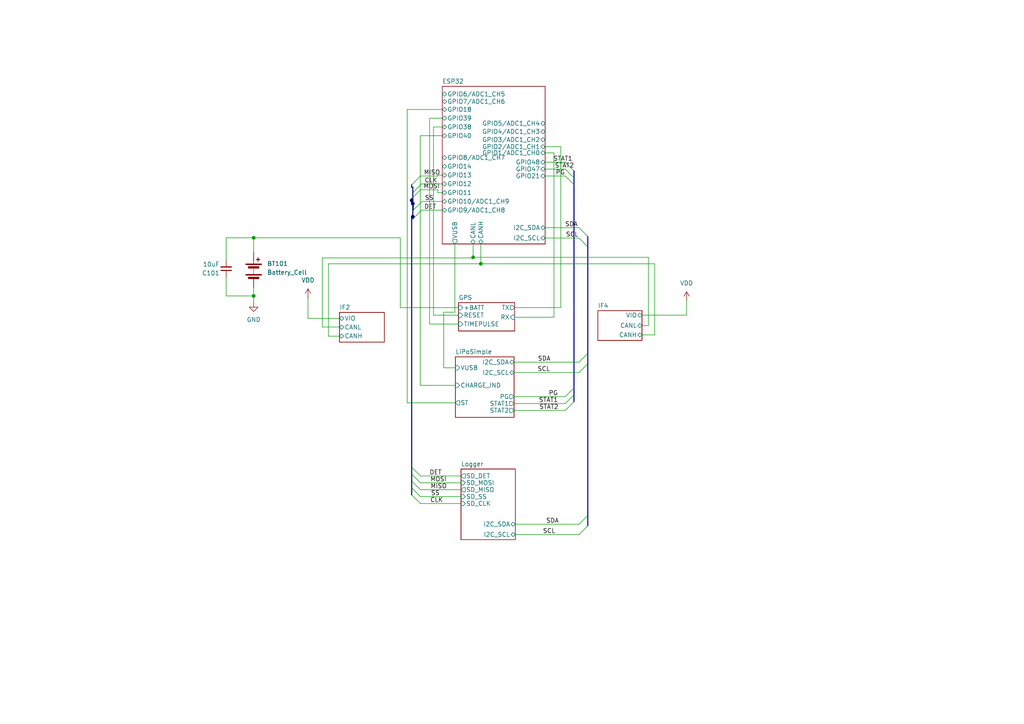
<source format=kicad_sch>
(kicad_sch (version 20231120) (generator "eeschema") (generator_version "8.0")
  (paper "A4")
  (lib_symbols
    (symbol "Device:Battery" (pin_numbers hide) (pin_names (offset 0) hide)
      (property "Reference" "BT" (at 2.54 2.54 0))
      (property "Value" "Battery" (at 2.54 0 0))
      (symbol "Battery_0_1"
        (rectangle (start -2.286 -1.27) (end 2.286 -1.524) (fill (type outline)))
        (rectangle (start -2.286 1.778) (end 2.286 1.524) (fill (type outline)))
        (rectangle (start -1.524 -2.032) (end 1.524 -2.54) (fill (type outline)))
        (rectangle (start -1.524 1.016) (end 1.524 0.508) (fill (type outline)))
        (polyline (pts (xy 0 -1.016) (xy 0 -0.762)))
        (polyline (pts (xy 0 -0.508) (xy 0 -0.254)))
        (polyline (pts (xy 0 0) (xy 0 0.254)))
        (polyline (pts (xy 0 1.778) (xy 0 2.54)))
        (polyline (pts (xy 0.762 3.048) (xy 1.778 3.048)) (stroke (width 0.254)))
        (polyline (pts (xy 1.27 3.556) (xy 1.27 2.54)) (stroke (width 0.254)))
      )
      (symbol "Battery_1_1"
        (pin passive line (at 0 5.08 270) (length 2.54) (name "+") (number "1"))
        (pin passive line (at 0 -5.08 90) (length 2.54) (name "-") (number "2"))
      )
    )
    (symbol "Device:C_Small" (pin_numbers hide) (pin_names (offset 0.254) hide)
      (property "Reference" "C" (at 0.254 1.778 0))
      (property "Value" "C_Small" (at 0.254 -2.032 0))
      (symbol "C_Small_0_1"
        (polyline (pts (xy -1.524 -0.508) (xy 1.524 -0.508)) (stroke (width 0.3302)))
        (polyline (pts (xy -1.524 0.508) (xy 1.524 0.508)) (stroke (width 0.3048)))
      )
      (symbol "C_Small_1_1"
        (pin passive line (at 0 2.54 270) (length 2.032) (name "~") (number "1"))
        (pin passive line (at 0 -2.54 90) (length 2.032) (name "~") (number "2"))
      )
    )
    (symbol "power:GND" (power) (pin_numbers hide) (pin_names (offset 0) hide)
      (property "Value" "GND" (at 0 -3.81 0))
      (symbol "GND_0_1"
        (polyline (pts (xy 0 0) (xy 0 -1.27) (xy 1.27 -1.27) (xy 0 -2.54) (xy -1.27 -1.27) (xy 0 -1.27)))
      )
      (symbol "GND_1_1"
        (pin power_in line (at 0 0 270) (length 0) (name "~") (number "1"))
      )
    )
    (symbol "power:VDD" (power) (pin_numbers hide) (pin_names (offset 0) hide)
      (property "Value" "VDD" (at 0 3.556 0))
      (symbol "VDD_0_1"
        (polyline (pts (xy -0.762 1.27) (xy 0 2.54)))
        (polyline (pts (xy 0 0) (xy 0 2.54)))
        (polyline (pts (xy 0 2.54) (xy 0.762 1.27)))
      )
      (symbol "VDD_1_1"
        (pin power_in line (at 0 0 90) (length 0) (name "~") (number "1"))
      )
    )
  )
  (junction (at 139.461 76.5128))
  (junction (at 119.73 59.0451))
  (junction (at 73.5717 85.8344))
  (junction (at 137.2195 74.6319))
  (junction (at 119.4018 58.1251))
  (junction (at 119.73 62.8551))
  (junction (at 73.5717 68.9725))
  (bus_entry (at 122.388 58.42) (size -2.54 2.54))
  (bus_entry (at 122.27 53.34) (size -2.54 2.54))
  (bus_entry (at 121.9418 140.0451) (size -2.54 -2.54))
  (bus_entry (at 163.9418 51.0451) (size 2.54 2.54))
  (bus_entry (at 121.9418 138.0451) (size -2.54 -2.54))
  (bus_entry (at 163.9418 47.0451) (size 2.54 2.54))
  (bus_entry (at 121.9418 146.0451) (size -2.54 -2.54))
  (bus_entry (at 167.9418 155.0451) (size 2.54 -2.54))
  (bus_entry (at 163.9418 115.0451) (size 2.54 -2.54))
  (bus_entry (at 167.9418 105.0451) (size 2.54 -2.54))
  (bus_entry (at 167.9418 152.0451) (size 2.54 -2.54))
  (bus_entry (at 163.9418 49.0451) (size 2.54 2.54))
  (bus_entry (at 163.9418 119.0451) (size 2.54 -2.54))
  (bus_entry (at 167.9418 108.0451) (size 2.54 -2.54))
  (bus_entry (at 121.9418 144.0451) (size -2.54 -2.54))
  (bus_entry (at 121.9418 142.0451) (size -2.54 -2.54))
  (bus_entry (at 121.9418 55.0451) (size -2.54 2.54))
  (bus_entry (at 163.9418 117.0451) (size 2.54 -2.54))
  (bus_entry (at 167.9418 69.0451) (size 2.54 2.54))
  (bus_entry (at 167.9418 66.0451) (size 2.54 2.54))
  (bus_entry (at 121.9418 51.0451) (size -2.54 2.54))
  (bus_entry (at 122.27 60.96) (size -2.54 2.54))
  (wire (pts (xy 73.5717 85.8344) (xy 73.5717 87.8092)))
  (wire (pts (xy 89.3229 92.3451) (xy 98.4685 92.3451)))
  (wire (pts (xy 127 55.0451) (xy 121.9418 55.0451)))
  (wire (pts (xy 137.2076 70.7511) (xy 137.2195 70.7511)))
  (wire (pts (xy 122.388 58.42) (xy 128.27 58.42)))
  (wire (pts (xy 98.4685 97.5) (xy 98.4685 97.4631)))
  (wire (pts (xy 158.1218 47.0451) (xy 163.9418 47.0451)))
  (wire (pts (xy 158.1218 66.0451) (xy 167.9418 66.0451)))
  (wire (pts (xy 127 50.8) (xy 128.27 50.8)))
  (wire (pts (xy 128.7003 106.68) (xy 132.08 106.68)))
  (wire (pts (xy 121.8917 39.37) (xy 121.8917 111.76)))
  (wire (pts (xy 149.1127 105.0451) (xy 167.9418 105.0451)))
  (wire (pts (xy 158.1218 69.0451) (xy 167.9418 69.0451)))
  (wire (pts (xy 189.8872 76.5128) (xy 189.8872 97.1339)))
  (wire (pts (xy 121.9418 140.0451) (xy 133.7112 140.0451)))
  (bus (pts (xy 119.4018 58.1251) (xy 119.4018 59.0451)))
  (wire (pts (xy 93.4881 94.8494) (xy 98.4685 94.8494)))
  (wire (pts (xy 160.6628 44.3351) (xy 158.1218 44.3351)))
  (wire (pts (xy 121.9418 146.0451) (xy 133.7112 146.0451)))
  (wire (pts (xy 186.2144 94.425) (xy 188.0631 94.425)))
  (wire (pts (xy 122.27 53.34) (xy 128.27 53.34)))
  (wire (pts (xy 137.2195 74.6319) (xy 188.0631 74.6319)))
  (bus (pts (xy 170.4818 105.5051) (xy 170.4818 149.5051)))
  (bus (pts (xy 119.4018 135.5051) (xy 119.4018 137.5051)))
  (bus (pts (xy 166.4818 51.5851) (xy 166.4818 49.5851)))
  (wire (pts (xy 149.1127 117.0451) (xy 163.9418 117.0451)))
  (bus (pts (xy 119.73 58.1251) (xy 119.4018 58.1251)))
  (wire (pts (xy 139.461 76.5128) (xy 95.2646 76.5128)))
  (wire (pts (xy 158.1218 42.5571) (xy 162.66 42.5571)))
  (wire (pts (xy 73.5717 73.2349) (xy 73.5717 68.9725)))
  (bus (pts (xy 166.4818 53.5851) (xy 166.4818 112.5051)))
  (wire (pts (xy 133 93.9901) (xy 124.593 93.9901)))
  (wire (pts (xy 149.1127 108.0451) (xy 149.1127 108.0689)))
  (wire (pts (xy 98.4685 94.8494) (xy 98.4685 94.9231)))
  (wire (pts (xy 149.1127 119.0451) (xy 163.9418 119.0451)))
  (wire (pts (xy 121.8917 111.76) (xy 132.08 111.76)))
  (wire (pts (xy 124.593 34.29) (xy 128.27 34.29)))
  (wire (pts (xy 149.4592 152.0451) (xy 167.9418 152.0451)))
  (wire (pts (xy 73.5717 68.9725) (xy 116.1063 68.9725)))
  (wire (pts (xy 121.9418 142.0451) (xy 133.7112 142.0451)))
  (bus (pts (xy 119.4018 58.1251) (xy 119.4018 57.5851)))
  (bus (pts (xy 119.73 54.3151) (xy 119.4018 54.3151)))
  (wire (pts (xy 167.9418 108.0451) (xy 149.1127 108.0451)))
  (bus (pts (xy 119.848 59.0451) (xy 119.73 59.0451)))
  (wire (pts (xy 121.9418 144.0451) (xy 133.7112 144.0451)))
  (wire (pts (xy 121.8917 39.37) (xy 128.27 39.37)))
  (bus (pts (xy 119.4018 62.8551) (xy 119.4018 135.5051)))
  (bus (pts (xy 119.73 55.88) (xy 119.73 58.1251)))
  (wire (pts (xy 127 50.8) (xy 127 51.0451)))
  (bus (pts (xy 119.4018 141.5051) (xy 119.4018 143.5051)))
  (wire (pts (xy 186.2144 97.1339) (xy 189.8872 97.1339)))
  (wire (pts (xy 93.4881 74.8078) (xy 93.4881 94.8494)))
  (wire (pts (xy 160.6628 92.0152) (xy 149.2855 92.0152)))
  (wire (pts (xy 127 51.0451) (xy 121.9418 51.0451)))
  (wire (pts (xy 188.0631 74.6319) (xy 188.0631 94.425)))
  (bus (pts (xy 119.73 59.0451) (xy 119.73 62.8551)))
  (wire (pts (xy 95.2646 97.5) (xy 98.4685 97.5)))
  (bus (pts (xy 170.4818 71.5851) (xy 170.4818 102.5051)))
  (wire (pts (xy 127 55.88) (xy 127 55.0451)))
  (bus (pts (xy 166.4818 112.5051) (xy 166.4818 114.5051)))
  (wire (pts (xy 116.1063 68.9725) (xy 116.1063 89.2303)))
  (wire (pts (xy 127 55.88) (xy 128.27 55.88)))
  (bus (pts (xy 119.848 59.0451) (xy 119.848 60.96)))
  (bus (pts (xy 170.4818 149.5051) (xy 170.4818 152.5051)))
  (bus (pts (xy 119.4018 137.5051) (xy 119.4018 139.5051)))
  (wire (pts (xy 65.5964 68.9725) (xy 73.5717 68.9725)))
  (wire (pts (xy 160.6628 44.3351) (xy 160.6628 92.0152)))
  (wire (pts (xy 118.11 31.75) (xy 118.11 116.84)))
  (wire (pts (xy 128.27 31.75) (xy 118.11 31.75)))
  (wire (pts (xy 199.1315 87.1666) (xy 199.1315 91.412)))
  (wire (pts (xy 89.3229 86.3314) (xy 89.3229 92.3451)))
  (wire (pts (xy 137.2195 70.7511) (xy 137.2195 74.6319)))
  (wire (pts (xy 137.2195 74.8078) (xy 93.4881 74.8078)))
  (wire (pts (xy 95.2646 76.5128) (xy 95.2646 97.5)))
  (wire (pts (xy 124.593 93.9901) (xy 124.593 34.29)))
  (wire (pts (xy 158.1218 51.0451) (xy 163.9418 51.0451)))
  (wire (pts (xy 149.4592 155.0451) (xy 167.9418 155.0451)))
  (wire (pts (xy 65.5964 80.4751) (xy 65.5964 85.8344)))
  (wire (pts (xy 116.1063 89.2303) (xy 133 89.2303)))
  (wire (pts (xy 162.66 89.2049) (xy 149.2855 89.2049)))
  (wire (pts (xy 158.1218 49.0451) (xy 163.9418 49.0451)))
  (wire (pts (xy 131.9296 90.5562) (xy 128.7003 90.5562)))
  (bus (pts (xy 170.4818 102.5051) (xy 170.4818 105.5051)))
  (wire (pts (xy 125.7324 36.83) (xy 125.7324 91.4246)))
  (wire (pts (xy 139.461 76.5128) (xy 189.8872 76.5128)))
  (bus (pts (xy 119.4018 54.3151) (xy 119.4018 53.5851)))
  (bus (pts (xy 119.73 62.8551) (xy 119.4018 62.8551)))
  (bus (pts (xy 119.73 54.3151) (xy 119.73 55.88)))
  (bus (pts (xy 119.4018 139.5051) (xy 119.4018 141.5051)))
  (wire (pts (xy 128.27 36.83) (xy 125.7324 36.83)))
  (wire (pts (xy 162.66 42.5571) (xy 162.66 89.2049)))
  (wire (pts (xy 149.1127 115.0451) (xy 163.9418 115.0451)))
  (wire (pts (xy 65.5964 75.3951) (xy 65.5964 68.9725)))
  (wire (pts (xy 128.7003 90.5562) (xy 128.7003 106.68)))
  (bus (pts (xy 170.4818 68.5851) (xy 170.4818 71.5851)))
  (wire (pts (xy 139.461 70.7511) (xy 139.461 76.5128)))
  (wire (pts (xy 122.27 60.96) (xy 128.27 60.96)))
  (bus (pts (xy 166.4818 51.5851) (xy 166.4818 53.5851)))
  (wire (pts (xy 125.7324 91.4246) (xy 133 91.4246)))
  (wire (pts (xy 137.2195 74.6319) (xy 137.2195 74.8078)))
  (wire (pts (xy 131.9296 70.7511) (xy 131.9296 90.5562)))
  (wire (pts (xy 65.5964 85.8344) (xy 73.5717 85.8344)))
  (wire (pts (xy 199.1315 91.412) (xy 186.2144 91.412)))
  (wire (pts (xy 73.5717 83.3949) (xy 73.5717 85.8344)))
  (wire (pts (xy 118.11 116.84) (xy 132.08 116.84)))
  (bus (pts (xy 119.73 59.0451) (xy 119.4018 59.0451)))
  (wire (pts (xy 121.9418 138.0451) (xy 133.7112 138.0451)))
  (bus (pts (xy 166.4818 114.5051) (xy 166.4818 116.5051)))
  (bus (pts (xy 119.73 62.8551) (xy 119.73 63.5)))
  (label "SCL" (at 155.8716 108.0451 0))
  (label "PG" (at 159.0978 115.0451 0))
  (label "MOSI" (at 124.7689 140.0451 0))
  (label "CLK" (at 124.7383 146.0451 0))
  (label "SCL" (at 164.0896 69.0451 0))
  (label "SCL" (at 157.4176 155.0451 0))
  (label "STAT2" (at 156.3634 119.0451 0))
  (label "SS" (at 124.9479 144.0451 0))
  (label "CLK" (at 123.1226 53.34 0))
  (label "SDA" (at 158.3527 152.0451 0))
  (label "SDA" (at 155.9543 105.0451 0))
  (label "DET" (at 124.5411 138.0451 0))
  (label "MISO" (at 124.8466 142.0451 0))
  (label "MOSI" (at 122.7944 55.0451 0))
  (label "SS" (at 123.19 58.42 0))
  (label "SDA" (at 163.8533 66.0451 0))
  (label "STAT2" (at 160.8742 49.0451 0))
  (label "DET" (at 122.9958 60.96 0))
  (label "STAT1" (at 160.4354 47.0451 0))
  (label "STAT1" (at 156.2495 117.0451 0))
  (label "PG" (at 161.1486 51.0451 0))
  (label "MISO" (at 122.8957 51.0451 0))
  (symbol (lib_id "power:VDD") (at 199.1315 87.1666 0) (unit 1)
    (property "Reference" "#PWR0103" (effects (hide yes)))
    (property "Value" "VDD" (at 199.1315 82.1152 0))
    (property "Description" "Power symbol creates a global label with name \"VDD\"" (effects (hide yes)))
  )
  (symbol (lib_id "Device:C_Small") (at 65.5964 77.9351 180) (unit 1)
    (property "Reference" "C101" (at 63.6914 79.2051 0) (effects (justify left)))
    (property "Value" "10uF" (at 63.6914 76.6651 0) (effects (justify left)))
    (property "Footprint" "Capacitor_SMD:C_0603_1608Metric" (effects (hide yes)))
    (property "LCSC" "C96446" (effects (hide yes)))
  )
  (symbol (lib_id "power:GND") (at 73.5717 87.8092 0) (unit 1)
    (property "Reference" "#PWR0101" (effects (hide yes)))
    (property "Value" "GND" (at 73.5717 92.71 0))
    (property "Description" "Power symbol creates a global label with name \"GND\" , ground" (effects (hide yes)))
  )
  (symbol (lib_id "Device:Battery") (at 73.5717 78.3149 0) (unit 1)
    (property "Reference" "BT101" (at 77.47 76.4733 0) (effects (justify left)))
    (property "Value" "Battery_Cell" (at 77.47 79.0133 0) (effects (justify left)))
    (property "Footprint" "WOBCLibrary:cr1220" (effects (hide yes)))
    (property "Description" "Multiple-cell battery" (effects (hide yes)))
  )
  (symbol (lib_id "power:VDD") (at 89.3229 86.3314 0) (unit 1)
    (property "Reference" "#PWR0102" (effects (hide yes)))
    (property "Value" "VDD" (at 89.3229 81.28 0))
    (property "Description" "Power symbol creates a global label with name \"VDD\"" (effects (hide yes)))
  )
  (sheet (at 133.7112 136.0357) (size 15.748 20.5094) (stroke (width 0.1524))
    (property "Sheetname" "Logger" (at 133.7112 135.3241 0) (effects (justify left bottom)))
    (property "Sheetfile" "Logger.kicad_sch" (effects (hide yes)))
    (pin "SD_DET" output (at 133.7112 138.0451 180))
    (pin "SD_MOSI" input (at 133.7112 140.0451 180))
    (pin "SD_MISO" output (at 133.7112 142.0451 180))
    (pin "SD_SS" input (at 133.7112 144.0451 180))
    (pin "SD_CLK" input (at 133.7112 146.0451 180))
    (pin "I2C_SCL" bidirectional (at 149.4592 155.0451 0))
    (pin "I2C_SDA" bidirectional (at 149.4592 152.0451 0))
  )
  (sheet (at 128.27 25.0451) (size 29.8518 45.706) (stroke (width 0.1524))
    (property "Sheetname" "ESP32" (at 128.27 24.3335 0) (effects (justify left bottom)))
    (property "Sheetfile" "ESP32Core.kicad_sch" (effects (hide yes)))
    (pin "GPIO3{slash}ADC1_CH2" bidirectional (at 158.1218 40.5251 0))
    (pin "GPIO1{slash}ADC1_CH0" bidirectional (at 158.1218 44.3351 0))
    (pin "CANL" bidirectional (at 137.2076 70.7511 270))
    (pin "CANH" bidirectional (at 139.461 70.7511 270))
    (pin "I2C_SCL" bidirectional (at 158.1218 69.0451 0))
    (pin "GPIO40" bidirectional (at 128.27 39.37 180))
    (pin "GPIO39" bidirectional (at 128.27 34.29 180))
    (pin "GPIO13" bidirectional (at 128.27 50.8 180))
    (pin "GPIO12" bidirectional (at 128.27 53.34 180))
    (pin "GPIO9{slash}ADC1_CH8" bidirectional (at 128.27 60.96 180))
    (pin "GPIO10{slash}ADC1_CH9" bidirectional (at 128.27 58.42 180))
    (pin "GPIO11" bidirectional (at 128.27 55.88 180))
    (pin "GPIO48" bidirectional (at 158.1218 47.0451 0))
    (pin "GPIO47" bidirectional (at 158.1218 49.0451 0))
    (pin "I2C_SDA" bidirectional (at 158.1218 66.0451 0))
    (pin "GPIO21" bidirectional (at 158.1218 51.0451 0))
    (pin "GPIO14" bidirectional (at 128.27 48.26 180))
    (pin "GPIO38" bidirectional (at 128.27 36.83 180))
    (pin "VUSB" output (at 131.9296 70.7511 270))
    (pin "GPIO6{slash}ADC1_CH5" bidirectional (at 128.27 27.2989 180))
    (pin "GPIO7{slash}ADC1_CH6" bidirectional (at 128.27 29.4492 180))
    (pin "GPIO8{slash}ADC1_CH7" bidirectional (at 128.27 45.72 180))
    (pin "GPIO2{slash}ADC1_CH1" bidirectional (at 158.1218 42.5571 0))
    (pin "GPIO5{slash}ADC1_CH4" bidirectional (at 158.1218 35.7897 0))
    (pin "GPIO4{slash}ADC1_CH3" bidirectional (at 158.1218 38.1605 0))
    (pin "GPIO18" bidirectional (at 128.27 31.75 180))
  )
  (sheet (at 98.4685 90.6051) (size 13 8.636) (stroke (width 0.1524))
    (property "Sheetname" "IF2" (at 98.4685 89.8935 0) (effects (justify left bottom)))
    (property "Sheetfile" "ModuleIFSimple2.kicad_sch" (effects (hide yes)))
    (pin "CANL" bidirectional (at 98.4685 94.9231 180))
    (pin "VIO" bidirectional (at 98.4685 92.3451 180))
    (pin "CANH" bidirectional (at 98.4685 97.4631 180))
  )
  (sheet (at 173.3904 90.107) (size 12.824 8.636) (stroke (width 0.1524))
    (property "Sheetname" "IF4" (at 173.3904 89.3954 0) (effects (justify left bottom)))
    (property "Sheetfile" "ModuleIFSimple4.kicad_sch" (effects (hide yes)))
    (pin "CANL" bidirectional (at 186.2144 94.425 0))
    (pin "VIO" bidirectional (at 186.2144 91.412 0))
    (pin "CANH" bidirectional (at 186.2144 97.1339 0))
  )
  (sheet (at 133 87.7787) (size 16.2855 8.2213) (stroke (width 0.1524))
    (property "Sheetname" "GPS" (at 133 87.0671 0) (effects (justify left bottom)))
    (property "Sheetfile" "GPSPassive.kicad_sch" (effects (hide yes)))
    (pin "+BATT" input (at 133 89.2303 180))
    (pin "TX" output (at 149.2855 89.2049 0))
    (pin "RX" input (at 149.2855 92.0152 0))
    (pin "TIMEPULSE" input (at 133 93.9901 180))
    (pin "RESET" input (at 133 91.4246 180))
  )
  (sheet (at 132.08 103.4969) (size 17.0327 17.5482) (stroke (width 0.1524))
    (property "Sheetname" "LiPoSimple" (at 132.08 102.7853 0) (effects (justify left bottom)))
    (property "Sheetfile" "LiPoPowerSimple.kicad_sch" (effects (hide yes)))
    (pin "I2C_SDA" bidirectional (at 149.1127 105.0451 0))
    (pin "PG" output (at 149.1127 115.0451 0))
    (pin "CHARGE_IND" input (at 132.08 111.76 180))
    (pin "STAT1" output (at 149.1127 117.0451 0))
    (pin "STAT2" output (at 149.1127 119.0451 0))
    (pin "I2C_SCL" bidirectional (at 149.1127 108.0689 0))
    (pin "VUSB" input (at 132.08 106.68 180))
    (pin "ST" output (at 132.08 116.84 180))
  )
)
</source>
